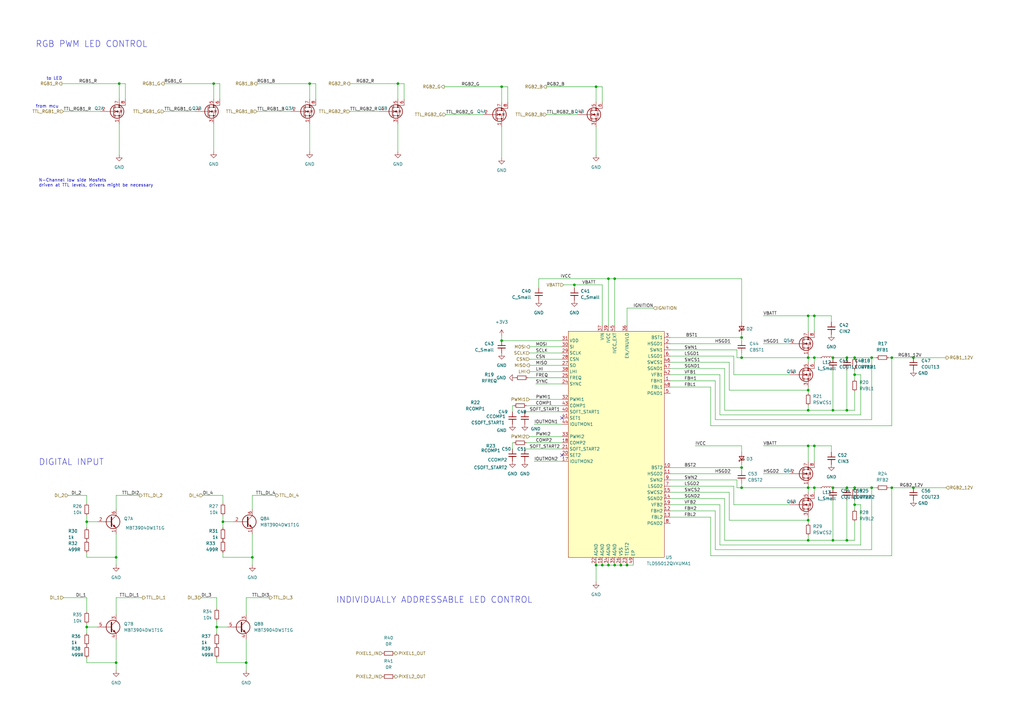
<source format=kicad_sch>
(kicad_sch (version 20211123) (generator eeschema)
  (paper "A3")
  (title_block (title "CAN RGB Controller") (date "2022-05-30") (rev "B") (company "cone.codes") (comment 1 "https://github.com/miata-bot/can-link"))
  (lib_symbols
    (symbol "ConeCodes:TLD55012QVXUMA1"
      (property "Reference" "U" (at 15.24 26.67 0))
      (property "Value" "TLD55012QVXUMA1" (at -22.86 26.67 0))
      (symbol "TLD55012QVXUMA1_0_0"
        (pin input line (at 19.05 3.81 180) (length 2.54) (name "FBH1") (number "1"))
        (pin input line (at 19.05 -31.75 180) (length 2.54) (name "BST2") (number "10"))
        (pin power_out line (at 19.05 -34.29 180) (length 2.54) (name "HSGD2") (number "11"))
        (pin input line (at 19.05 -49.53 180) (length 2.54) (name "FBH2") (number "12"))
        (pin input line (at 19.05 -52.07 180) (length 2.54) (name "FBL2") (number "13"))
        (pin input line (at 19.05 -44.45 180) (length 2.54) (name "SGND2") (number "14"))
        (pin input line (at 19.05 -41.91 180) (length 2.54) (name "SWCS2") (number "15"))
        (pin power_in line (at -8.89 -71.12 90) (length 2.54) (name "AGND") (number "16"))
        (pin input line (at -25.4 -29.21 0) (length 2.54) (name "IOUTMON2") (number "17"))
        (pin output line (at -25.4 -21.59 0) (length 2.54) (name "COMP2") (number "18"))
        (pin input line (at 19.05 -46.99 180) (length 2.54) (name "VFB2") (number "19"))
        (pin power_out line (at 19.05 19.05 180) (length 2.54) (name "HSGD1") (number "2"))
        (pin input line (at -25.4 -26.67 0) (length 2.54) (name "SET2") (number "20"))
        (pin output line (at -25.4 -24.13 0) (length 2.54) (name "SOFT_START2") (number "21"))
        (pin power_in line (at -11.43 -71.12 90) (length 2.54) (name "AGND") (number "22"))
        (pin unspecified line (at 1.27 -71.12 90) (length 2.54) (name "TEST2") (number "23"))
        (pin input line (at -25.4 2.54 0) (length 2.54) (name "SYNC") (number "24"))
        (pin input line (at -25.4 5.08 0) (length 2.54) (name "FREQ") (number "25"))
        (pin power_in line (at -1.27 -71.12 90) (length 2.54) (name "VSS") (number "26"))
        (pin output line (at -25.4 10.16 0) (length 2.54) (name "SO") (number "27"))
        (pin input line (at -25.4 12.7 0) (length 2.54) (name "CSN") (number "28"))
        (pin input line (at -25.4 15.24 0) (length 2.54) (name "SCLK") (number "29"))
        (pin input line (at 19.05 21.59 180) (length 2.54) (name "BST1") (number "3"))
        (pin input line (at -25.4 17.78 0) (length 2.54) (name "SI") (number "30"))
        (pin power_in line (at -25.4 20.32 0) (length 2.54) (name "VDD") (number "31"))
        (pin input line (at -25.4 -3.81 0) (length 2.54) (name "PWMI1") (number "32"))
        (pin input line (at -25.4 -19.05 0) (length 2.54) (name "PWMI2") (number "33"))
        (pin power_in line (at -6.35 -71.12 90) (length 2.54) (name "AGND") (number "34"))
        (pin power_in line (at -3.81 -71.12 90) (length 2.54) (name "AGND") (number "35"))
        (pin input line (at 1.27 26.67 270) (length 2.54) (name "EN/INUVLO") (number "36"))
        (pin power_in line (at -8.89 26.67 270) (length 2.54) (name "VIN") (number "37"))
        (pin input line (at -25.4 7.62 0) (length 2.54) (name "LHI") (number "38"))
        (pin power_out line (at -6.35 26.67 270) (length 2.54) (name "IVCC") (number "39"))
        (pin bidirectional line (at 19.05 16.51 180) (length 2.54) (name "SWN1") (number "4"))
        (pin output line (at -25.4 -8.89 0) (length 2.54) (name "SOFT_START1") (number "40"))
        (pin input line (at -25.4 -11.43 0) (length 2.54) (name "SET1") (number "41"))
        (pin input line (at 19.05 6.35 180) (length 2.54) (name "VFB1") (number "42"))
        (pin output line (at -25.4 -6.35 0) (length 2.54) (name "COMP1") (number "43"))
        (pin input line (at -25.4 -13.97 0) (length 2.54) (name "IOUTMON1") (number "44"))
        (pin power_in line (at -3.81 26.67 270) (length 2.54) (name "IVCC_EXT") (number "45"))
        (pin input line (at 19.05 11.43 180) (length 2.54) (name "SWCS1") (number "46"))
        (pin input line (at 19.05 8.89 180) (length 2.54) (name "SGND1") (number "47"))
        (pin input line (at 19.05 1.27 180) (length 2.54) (name "FBL1") (number "48"))
        (pin power_in line (at 3.81 -71.12 90) (length 2.54) (name "EP") (number "49"))
        (pin power_in line (at 19.05 -1.27 180) (length 2.54) (name "PGND1") (number "5"))
        (pin power_out line (at 19.05 13.97 180) (length 2.54) (name "LSGD1") (number "6"))
        (pin power_out line (at 19.05 -39.37 180) (length 2.54) (name "LSGD2") (number "7"))
        (pin power_in line (at 19.05 -54.61 180) (length 2.54) (name "PGND2") (number "8"))
        (pin bidirectional line (at 19.05 -36.83 180) (length 2.54) (name "SWN2") (number "9"))
      )
    )
    (symbol "Device:C_Small" (pin_numbers hide) (pin_names (offset 0.254) hide)
      (property "Reference" "C" (at 0.254 1.778 0))
      (property "Value" "C_Small" (at 0.254 -2.032 0))
      (symbol "C_Small_1_1"
        (pin passive line (at 0 2.54 270) (length 2.032) (name "~") (number "1"))
        (pin passive line (at 0 -2.54 90) (length 2.032) (name "~") (number "2"))
      )
    )
    (symbol "Device:D_Schottky_Small" (pin_numbers hide) (pin_names (offset 0.254) hide)
      (property "Reference" "D" (at -1.27 2.032 0))
      (property "Value" "D_Schottky_Small" (at -7.112 -2.032 0))
      (symbol "D_Schottky_Small_1_1"
        (pin passive line (at -2.54 0 0) (length 1.778) (name "K") (number "1"))
        (pin passive line (at 2.54 0 180) (length 1.778) (name "A") (number "2"))
      )
    )
    (symbol "Device:L_Small" (pin_numbers hide) (pin_names (offset 0.254) hide)
      (property "Reference" "L" (at 0.762 1.016 0))
      (property "Value" "L_Small" (at 0.762 -1.016 0))
      (symbol "L_Small_1_1"
        (pin passive line (at 0 2.54 270) (length 0.508) (name "~") (number "1"))
        (pin passive line (at 0 -2.54 90) (length 0.508) (name "~") (number "2"))
      )
    )
    (symbol "Device:Q_Dual_NMOS_S1G1S2G2D2D2D1D1" (pin_names (offset 0) hide)
      (property "Reference" "Q" (at 5.08 1.27 0))
      (property "Value" "Q_Dual_NMOS_S1G1S2G2D2D2D1D1" (at 5.08 -1.27 0))
      (symbol "Q_Dual_NMOS_S1G1S2G2D2D2D1D1_1_1"
        (pin passive line (at 2.54 -5.08 90) (length 2.54) (name "S") (number "1"))
        (pin input line (at -5.08 0 0) (length 2.54) (name "G") (number "2"))
        (pin passive line (at 2.54 5.08 270) (length 2.54) (name "D") (number "7"))
        (pin passive line (at 5.08 5.08 270) (length 2.54) (name "D") (number "8"))
      )
      (symbol "Q_Dual_NMOS_S1G1S2G2D2D2D1D1_2_1"
        (pin passive line (at 2.54 -5.08 90) (length 2.54) (name "S") (number "3"))
        (pin input line (at -5.08 0 0) (length 2.54) (name "G") (number "4"))
        (pin passive line (at 2.54 5.08 270) (length 2.54) (name "D") (number "5"))
        (pin passive line (at 5.08 5.08 270) (length 2.54) (name "D") (number "6"))
      )
    )
    (symbol "Device:Q_Dual_NPN_NPN_E1B1C2E2B2C1" (pin_names (offset 0) hide)
      (property "Reference" "Q" (at 5.08 1.27 0))
      (property "Value" "Q_Dual_NPN_NPN_E1B1C2E2B2C1" (at 5.08 -1.27 0))
      (symbol "Q_Dual_NPN_NPN_E1B1C2E2B2C1_1_1"
        (pin passive line (at 2.54 -5.08 90) (length 2.54) (name "E1") (number "1"))
        (pin input line (at -5.08 0 0) (length 2.54) (name "B1") (number "2"))
        (pin passive line (at 2.54 5.08 270) (length 2.54) (name "C1") (number "6"))
      )
      (symbol "Q_Dual_NPN_NPN_E1B1C2E2B2C1_2_1"
        (pin passive line (at 2.54 5.08 270) (length 2.54) (name "C2") (number "3"))
        (pin passive line (at 2.54 -5.08 90) (length 2.54) (name "E2") (number "4"))
        (pin input line (at -5.08 0 0) (length 2.54) (name "B2") (number "5"))
      )
    )
    (symbol "Device:R_Small" (pin_numbers hide) (pin_names (offset 0.254) hide)
      (property "Reference" "R" (at 0.762 0.508 0))
      (property "Value" "R_Small" (at 0.762 -1.016 0))
      (symbol "R_Small_1_1"
        (pin passive line (at 0 2.54 270) (length 0.762) (name "~") (number "1"))
        (pin passive line (at 0 -2.54 90) (length 0.762) (name "~") (number "2"))
      )
    )
    (symbol "power:+3V3" (power) (pin_names (offset 0))
      (property "Value" "+3V3" (at 0 3.556 0))
      (symbol "+3V3_1_1"
        (pin power_in line (at 0 0 90) (length 0) hide (name "+3V3") (number "1"))
      )
    )
    (symbol "power:GND" (power) (pin_names (offset 0))
      (property "Value" "GND" (at 0 -3.81 0))
      (symbol "GND_1_1"
        (pin power_in line (at 0 0 270) (length 0) hide (name "GND") (number "1"))
      )
    )
  )
  (junction (at 334.01 146.685))
  (junction (at 334.01 182.88))
  (junction (at 350.52 207.01))
  (junction (at 244.475 35.56))
  (junction (at 205.74 139.7))
  (junction (at 304.165 191.77))
  (junction (at 347.345 200.025))
  (junction (at 48.895 34.29))
  (junction (at 347.345 221.615))
  (junction (at 331.47 200.025))
  (junction (at 205.74 35.56))
  (junction (at 357.505 200.025))
  (junction (at 341.63 146.685))
  (junction (at 331.47 129.54))
  (junction (at 341.63 168.275))
  (junction (at 304.165 200.025))
  (junction (at 365.76 200.025))
  (junction (at 252.095 114.3))
  (junction (at 87.63 34.29))
  (junction (at 254.635 231.775))
  (junction (at 91.44 213.995))
  (junction (at 100.965 271.78))
  (junction (at 103.505 228.6))
  (junction (at 331.47 146.685))
  (junction (at 350.52 200.025))
  (junction (at 331.47 168.275))
  (junction (at 88.9 257.175))
  (junction (at 374.65 200.025))
  (junction (at 347.345 168.275))
  (junction (at 341.63 221.615))
  (junction (at 304.165 146.685))
  (junction (at 249.555 114.3))
  (junction (at 357.505 146.685))
  (junction (at 350.52 153.67))
  (junction (at 257.175 231.775))
  (junction (at 374.65 146.685))
  (junction (at 331.47 213.36))
  (junction (at 127 34.29))
  (junction (at 341.63 200.025))
  (junction (at 304.165 138.43))
  (junction (at 252.095 231.775))
  (junction (at 350.52 146.685))
  (junction (at 235.585 116.84))
  (junction (at 47.625 271.78))
  (junction (at 249.555 231.775))
  (junction (at 163.195 34.29))
  (junction (at 334.01 200.025))
  (junction (at 47.625 228.6))
  (junction (at 35.56 213.995))
  (junction (at 331.47 182.88))
  (junction (at 244.475 231.775))
  (junction (at 331.47 160.02))
  (junction (at 331.47 221.615))
  (junction (at 347.345 146.685))
  (junction (at 247.015 231.775))
  (junction (at 334.01 129.54))
  (junction (at 35.56 257.175))
  (junction (at 365.76 146.685))
  (no_connect (at 230.505 171.45))
  (no_connect (at 230.505 186.69))
  (wire (pts (xy 217.17 147.32) (xy 230.505 147.32)))
  (wire (pts (xy 291.465 158.75) (xy 291.465 174.625)))
  (wire (pts (xy 208.28 35.56) (xy 205.74 35.56)))
  (wire (pts (xy 350.52 200.025) (xy 357.505 200.025)))
  (wire (pts (xy 210.185 166.37) (xy 210.185 168.91)))
  (wire (pts (xy 274.955 191.77) (xy 304.165 191.77)))
  (wire (pts (xy 51.435 34.29) (xy 48.895 34.29)))
  (wire (pts (xy 331.47 214.63) (xy 331.47 213.36)))
  (wire (pts (xy 274.955 151.13) (xy 297.18 151.13)))
  (wire (pts (xy 331.47 160.02) (xy 331.47 158.75)))
  (wire (pts (xy 215.265 168.91) (xy 230.505 168.91)))
  (wire (pts (xy 331.47 221.615) (xy 331.47 219.71)))
  (wire (pts (xy 331.47 146.685) (xy 334.01 146.685)))
  (wire (pts (xy 300.99 207.01) (xy 323.85 207.01)))
  (wire (pts (xy 313.055 182.88) (xy 331.47 182.88)))
  (wire (pts (xy 249.555 231.775) (xy 247.015 231.775)))
  (wire (pts (xy 365.76 200.025) (xy 365.76 227.965)))
  (wire (pts (xy 331.47 200.025) (xy 331.47 201.93)))
  (wire (pts (xy 35.56 226.695) (xy 35.56 228.6)))
  (wire (pts (xy 274.955 158.75) (xy 291.465 158.75)))
  (wire (pts (xy 331.47 129.54) (xy 334.01 129.54)))
  (wire (pts (xy 331.47 189.23) (xy 331.47 182.88)))
  (wire (pts (xy 51.435 40.64) (xy 51.435 34.29)))
  (wire (pts (xy 249.555 231.14) (xy 249.555 231.775)))
  (wire (pts (xy 224.155 46.99) (xy 236.855 46.99)))
  (wire (pts (xy 87.63 50.8) (xy 87.63 62.23)))
  (wire (pts (xy 35.56 245.11) (xy 35.56 250.825)))
  (wire (pts (xy 208.28 41.91) (xy 208.28 35.56)))
  (wire (pts (xy 244.475 35.56) (xy 244.475 41.91)))
  (wire (pts (xy 331.47 146.685) (xy 331.47 146.05)))
  (wire (pts (xy 274.955 196.85) (xy 302.26 196.85)))
  (wire (pts (xy 244.475 35.56) (xy 247.015 35.56)))
  (wire (pts (xy 87.63 34.29) (xy 87.63 40.64)))
  (wire (pts (xy 58.42 245.11) (xy 47.625 245.11)))
  (wire (pts (xy 35.56 213.995) (xy 40.005 213.995)))
  (wire (pts (xy 205.74 139.7) (xy 230.505 139.7)))
  (wire (pts (xy 331.47 182.88) (xy 334.01 182.88)))
  (wire (pts (xy 35.56 213.995) (xy 35.56 216.535)))
  (wire (pts (xy 300.99 153.67) (xy 323.85 153.67)))
  (wire (pts (xy 334.01 146.685) (xy 334.01 148.59)))
  (wire (pts (xy 47.625 219.075) (xy 47.625 228.6)))
  (wire (pts (xy 297.18 168.275) (xy 331.47 168.275)))
  (wire (pts (xy 313.055 129.54) (xy 331.47 129.54)))
  (wire (pts (xy 350.52 153.67) (xy 353.06 153.67)))
  (wire (pts (xy 274.955 201.93) (xy 299.085 201.93)))
  (wire (pts (xy 357.505 146.685) (xy 357.505 172.085)))
  (wire (pts (xy 219.71 157.48) (xy 230.505 157.48)))
  (wire (pts (xy 341.63 221.615) (xy 331.47 221.615)))
  (wire (pts (xy 341.63 200.025) (xy 347.345 200.025)))
  (wire (pts (xy 331.47 200.025) (xy 334.01 200.025)))
  (wire (pts (xy 304.165 137.16) (xy 304.165 138.43)))
  (wire (pts (xy 364.49 146.685) (xy 365.76 146.685)))
  (wire (pts (xy 274.955 148.59) (xy 299.085 148.59)))
  (wire (pts (xy 47.625 203.2) (xy 47.625 208.915)))
  (wire (pts (xy 357.505 225.425) (xy 293.37 225.425)))
  (wire (pts (xy 347.345 151.765) (xy 347.345 168.275)))
  (wire (pts (xy 257.175 231.14) (xy 257.175 231.775)))
  (wire (pts (xy 347.345 200.025) (xy 350.52 200.025)))
  (wire (pts (xy 274.955 138.43) (xy 304.165 138.43)))
  (wire (pts (xy 302.26 146.685) (xy 304.165 146.685)))
  (wire (pts (xy 350.52 207.01) (xy 353.06 207.01)))
  (wire (pts (xy 26.035 45.72) (xy 41.275 45.72)))
  (wire (pts (xy 304.165 146.685) (xy 331.47 146.685)))
  (wire (pts (xy 113.03 203.2) (xy 103.505 203.2)))
  (wire (pts (xy 304.165 182.88) (xy 304.165 185.42)))
  (wire (pts (xy 103.505 219.075) (xy 103.505 228.6)))
  (wire (pts (xy 216.535 154.94) (xy 230.505 154.94)))
  (wire (pts (xy 35.56 228.6) (xy 47.625 228.6)))
  (wire (pts (xy 274.955 194.31) (xy 299.72 194.31)))
  (wire (pts (xy 295.275 170.18) (xy 295.275 153.67)))
  (wire (pts (xy 357.505 200.025) (xy 357.505 225.425)))
  (wire (pts (xy 217.17 149.86) (xy 230.505 149.86)))
  (wire (pts (xy 127 34.29) (xy 129.54 34.29)))
  (wire (pts (xy 304.165 198.12) (xy 304.165 200.025)))
  (wire (pts (xy 340.995 129.54) (xy 334.01 129.54)))
  (wire (pts (xy 88.9 245.11) (xy 88.9 249.555)))
  (wire (pts (xy 347.345 168.275) (xy 341.63 168.275)))
  (wire (pts (xy 340.995 182.88) (xy 334.01 182.88)))
  (wire (pts (xy 100.965 271.78) (xy 100.965 274.955)))
  (wire (pts (xy 163.195 34.29) (xy 165.735 34.29)))
  (wire (pts (xy 341.63 151.765) (xy 341.63 168.275)))
  (wire (pts (xy 300.99 199.39) (xy 300.99 207.01)))
  (wire (pts (xy 26.035 245.11) (xy 35.56 245.11)))
  (wire (pts (xy 331.47 168.275) (xy 331.47 166.37)))
  (wire (pts (xy 274.955 204.47) (xy 297.18 204.47)))
  (wire (pts (xy 247.015 231.775) (xy 244.475 231.775)))
  (wire (pts (xy 110.49 245.11) (xy 100.965 245.11)))
  (wire (pts (xy 215.9 181.61) (xy 230.505 181.61)))
  (wire (pts (xy 252.095 114.3) (xy 249.555 114.3)))
  (wire (pts (xy 88.9 254.635) (xy 88.9 257.175)))
  (wire (pts (xy 297.18 204.47) (xy 297.18 221.615)))
  (wire (pts (xy 47.625 262.255) (xy 47.625 271.78)))
  (wire (pts (xy 365.76 200.025) (xy 374.65 200.025)))
  (wire (pts (xy 350.52 151.765) (xy 350.52 153.67)))
  (wire (pts (xy 82.55 245.11) (xy 88.9 245.11)))
  (wire (pts (xy 244.475 231.775) (xy 244.475 238.76)))
  (wire (pts (xy 210.82 181.61) (xy 210.185 181.61)))
  (wire (pts (xy 165.735 34.29) (xy 165.735 40.64)))
  (wire (pts (xy 205.74 35.56) (xy 205.74 41.91)))
  (wire (pts (xy 100.965 245.11) (xy 100.965 252.095)))
  (wire (pts (xy 350.52 213.995) (xy 350.52 221.615)))
  (wire (pts (xy 105.41 34.29) (xy 127 34.29)))
  (wire (pts (xy 217.17 144.78) (xy 230.505 144.78)))
  (wire (pts (xy 353.06 153.67) (xy 353.06 170.18)))
  (wire (pts (xy 35.56 257.175) (xy 40.005 257.175)))
  (wire (pts (xy 27.94 203.2) (xy 35.56 203.2)))
  (wire (pts (xy 295.275 153.67) (xy 274.955 153.67)))
  (wire (pts (xy 347.345 221.615) (xy 341.63 221.615)))
  (wire (pts (xy 47.625 271.78) (xy 47.625 274.955)))
  (wire (pts (xy 231.14 116.84) (xy 235.585 116.84)))
  (wire (pts (xy 350.52 146.685) (xy 357.505 146.685)))
  (wire (pts (xy 247.015 35.56) (xy 247.015 41.91)))
  (wire (pts (xy 247.015 133.35) (xy 247.015 116.84)))
  (wire (pts (xy 350.52 205.105) (xy 350.52 207.01)))
  (wire (pts (xy 347.345 146.685) (xy 350.52 146.685)))
  (wire (pts (xy 88.9 257.175) (xy 88.9 259.715)))
  (wire (pts (xy 304.165 144.78) (xy 304.165 146.685)))
  (wire (pts (xy 143.51 34.29) (xy 163.195 34.29)))
  (wire (pts (xy 163.195 50.8) (xy 163.195 62.23)))
  (wire (pts (xy 163.195 34.29) (xy 163.195 40.64)))
  (wire (pts (xy 257.175 126.365) (xy 257.175 133.35)))
  (wire (pts (xy 91.44 213.995) (xy 95.885 213.995)))
  (wire (pts (xy 302.26 143.51) (xy 302.26 146.685)))
  (wire (pts (xy 259.715 231.775) (xy 257.175 231.775)))
  (wire (pts (xy 293.37 156.21) (xy 274.955 156.21)))
  (wire (pts (xy 220.98 114.3) (xy 249.555 114.3)))
  (wire (pts (xy 215.9 166.37) (xy 230.505 166.37)))
  (wire (pts (xy 347.345 205.105) (xy 347.345 221.615)))
  (wire (pts (xy 47.625 228.6) (xy 47.625 231.775)))
  (wire (pts (xy 353.06 170.18) (xy 295.275 170.18)))
  (wire (pts (xy 374.65 146.685) (xy 387.985 146.685)))
  (wire (pts (xy 103.505 203.2) (xy 103.505 208.915)))
  (wire (pts (xy 247.015 231.14) (xy 247.015 231.775)))
  (wire (pts (xy 357.505 172.085) (xy 293.37 172.085)))
  (wire (pts (xy 299.085 201.93) (xy 299.085 213.36)))
  (wire (pts (xy 48.895 34.29) (xy 25.4 34.29)))
  (wire (pts (xy 357.505 146.685) (xy 359.41 146.685)))
  (wire (pts (xy 304.165 132.08) (xy 304.165 114.3)))
  (wire (pts (xy 364.49 200.025) (xy 365.76 200.025)))
  (wire (pts (xy 300.99 146.05) (xy 300.99 153.67)))
  (wire (pts (xy 35.56 269.875) (xy 35.56 271.78)))
  (wire (pts (xy 365.76 146.685) (xy 365.76 174.625)))
  (wire (pts (xy 365.76 146.685) (xy 374.65 146.685)))
  (wire (pts (xy 90.17 34.29) (xy 90.17 40.64)))
  (wire (pts (xy 313.055 140.97) (xy 323.85 140.97)))
  (wire (pts (xy 353.06 207.01) (xy 353.06 223.52)))
  (wire (pts (xy 350.52 153.67) (xy 350.52 155.575)))
  (wire (pts (xy 304.165 191.77) (xy 304.165 193.04)))
  (wire (pts (xy 259.715 231.14) (xy 259.715 231.775)))
  (wire (pts (xy 297.18 221.615) (xy 331.47 221.615)))
  (wire (pts (xy 334.01 200.025) (xy 336.55 200.025)))
  (wire (pts (xy 331.47 200.025) (xy 331.47 199.39)))
  (wire (pts (xy 87.63 34.29) (xy 90.17 34.29)))
  (wire (pts (xy 299.085 160.02) (xy 331.47 160.02)))
  (wire (pts (xy 302.26 196.85) (xy 302.26 200.025)))
  (wire (pts (xy 274.955 199.39) (xy 300.99 199.39)))
  (wire (pts (xy 205.74 35.56) (xy 182.245 35.56)))
  (wire (pts (xy 357.505 200.025) (xy 359.41 200.025)))
  (wire (pts (xy 304.165 190.5) (xy 304.165 191.77)))
  (wire (pts (xy 88.9 271.78) (xy 100.965 271.78)))
  (wire (pts (xy 302.26 200.025) (xy 304.165 200.025)))
  (wire (pts (xy 217.17 142.24) (xy 230.505 142.24)))
  (wire (pts (xy 340.995 132.08) (xy 340.995 129.54)))
  (wire (pts (xy 331.47 161.29) (xy 331.47 160.02)))
  (wire (pts (xy 350.52 221.615) (xy 347.345 221.615)))
  (wire (pts (xy 274.955 140.97) (xy 299.72 140.97)))
  (wire (pts (xy 291.465 227.965) (xy 365.76 227.965)))
  (wire (pts (xy 87.63 34.29) (xy 67.31 34.29)))
  (wire (pts (xy 334.01 146.685) (xy 336.55 146.685)))
  (wire (pts (xy 267.97 126.365) (xy 257.175 126.365)))
  (wire (pts (xy 235.585 116.84) (xy 247.015 116.84)))
  (wire (pts (xy 244.475 52.07) (xy 244.475 63.5)))
  (wire (pts (xy 217.17 179.07) (xy 230.505 179.07)))
  (wire (pts (xy 205.74 137.795) (xy 205.74 139.7)))
  (wire (pts (xy 313.055 194.31) (xy 323.85 194.31)))
  (wire (pts (xy 334.01 200.025) (xy 334.01 201.93)))
  (wire (pts (xy 341.63 168.275) (xy 331.47 168.275)))
  (wire (pts (xy 340.995 185.42) (xy 340.995 182.88)))
  (wire (pts (xy 293.37 225.425) (xy 293.37 209.55)))
  (wire (pts (xy 100.965 262.255) (xy 100.965 271.78)))
  (wire (pts (xy 295.275 223.52) (xy 295.275 207.01)))
  (wire (pts (xy 210.185 181.61) (xy 210.185 184.15)))
  (wire (pts (xy 91.44 228.6) (xy 103.505 228.6)))
  (wire (pts (xy 331.47 135.89) (xy 331.47 129.54)))
  (wire (pts (xy 88.9 269.875) (xy 88.9 271.78)))
  (wire (pts (xy 291.465 212.09) (xy 291.465 227.965)))
  (wire (pts (xy 182.88 46.99) (xy 198.12 46.99)))
  (wire (pts (xy 350.52 207.01) (xy 350.52 208.915)))
  (wire (pts (xy 274.955 146.05) (xy 300.99 146.05)))
  (wire (pts (xy 295.275 207.01) (xy 274.955 207.01)))
  (wire (pts (xy 103.505 228.6) (xy 103.505 231.775)))
  (wire (pts (xy 293.37 172.085) (xy 293.37 156.21)))
  (wire (pts (xy 297.18 151.13) (xy 297.18 168.275)))
  (wire (pts (xy 127 34.29) (xy 127 40.64)))
  (wire (pts (xy 304.165 200.025) (xy 331.47 200.025)))
  (wire (pts (xy 217.17 163.83) (xy 230.505 163.83)))
  (wire (pts (xy 35.56 211.455) (xy 35.56 213.995)))
  (wire (pts (xy 91.44 203.2) (xy 91.44 206.375)))
  (wire (pts (xy 35.56 203.2) (xy 35.56 206.375)))
  (wire (pts (xy 57.15 203.2) (xy 47.625 203.2)))
  (wire (pts (xy 210.82 166.37) (xy 210.185 166.37)))
  (wire (pts (xy 35.56 255.905) (xy 35.56 257.175)))
  (wire (pts (xy 91.44 226.695) (xy 91.44 228.6)))
  (wire (pts (xy 341.63 205.105) (xy 341.63 221.615)))
  (wire (pts (xy 244.475 35.56) (xy 224.155 35.56)))
  (wire (pts (xy 47.625 245.11) (xy 47.625 252.095)))
  (wire (pts (xy 374.65 200.025) (xy 387.985 200.025)))
  (wire (pts (xy 35.56 271.78) (xy 47.625 271.78)))
  (wire (pts (xy 48.895 34.29) (xy 48.895 40.64)))
  (wire (pts (xy 217.17 152.4) (xy 230.505 152.4)))
  (wire (pts (xy 220.98 114.3) (xy 220.98 118.11)))
  (wire (pts (xy 219.075 173.99) (xy 230.505 173.99)))
  (wire (pts (xy 274.955 143.51) (xy 302.26 143.51)))
  (wire (pts (xy 143.51 45.72) (xy 155.575 45.72)))
  (wire (pts (xy 285.115 182.88) (xy 304.165 182.88)))
  (wire (pts (xy 331.47 213.36) (xy 331.47 212.09)))
  (wire (pts (xy 350.52 168.275) (xy 347.345 168.275)))
  (wire (pts (xy 91.44 213.995) (xy 91.44 216.535)))
  (wire (pts (xy 334.01 182.88) (xy 334.01 189.23)))
  (wire (pts (xy 129.54 34.29) (xy 129.54 40.64)))
  (wire (pts (xy 257.175 231.775) (xy 254.635 231.775)))
  (wire (pts (xy 88.9 257.175) (xy 93.345 257.175)))
  (wire (pts (xy 252.095 231.775) (xy 249.555 231.775)))
  (wire (pts (xy 35.56 257.175) (xy 35.56 259.715)))
  (wire (pts (xy 252.095 133.35) (xy 252.095 114.3)))
  (wire (pts (xy 299.085 213.36) (xy 331.47 213.36)))
  (wire (pts (xy 350.52 160.655) (xy 350.52 168.275)))
  (wire (pts (xy 215.265 184.15) (xy 230.505 184.15)))
  (wire (pts (xy 48.895 50.8) (xy 48.895 63.5)))
  (wire (pts (xy 205.74 52.07) (xy 205.74 64.77)))
  (wire (pts (xy 334.01 129.54) (xy 334.01 135.89)))
  (wire (pts (xy 91.44 211.455) (xy 91.44 213.995)))
  (wire (pts (xy 67.31 45.72) (xy 80.01 45.72)))
  (wire (pts (xy 105.41 45.72) (xy 119.38 45.72)))
  (wire (pts (xy 304.165 138.43) (xy 304.165 139.7)))
  (wire (pts (xy 331.47 146.685) (xy 331.47 148.59)))
  (wire (pts (xy 252.095 231.14) (xy 252.095 231.775)))
  (wire (pts (xy 235.585 116.84) (xy 235.585 118.11)))
  (wire (pts (xy 254.635 231.14) (xy 254.635 231.775)))
  (wire (pts (xy 252.095 114.3) (xy 304.165 114.3)))
  (wire (pts (xy 83.185 203.2) (xy 91.44 203.2)))
  (wire (pts (xy 244.475 231.14) (xy 244.475 231.775)))
  (wire (pts (xy 127 50.8) (xy 127 62.23)))
  (wire (pts (xy 299.085 148.59) (xy 299.085 160.02)))
  (wire (pts (xy 293.37 209.55) (xy 274.955 209.55)))
  (wire (pts (xy 353.06 223.52) (xy 295.275 223.52)))
  (wire (pts (xy 341.63 146.685) (xy 347.345 146.685)))
  (wire (pts (xy 249.555 133.35) (xy 249.555 114.3)))
  (wire (pts (xy 274.955 212.09) (xy 291.465 212.09)))
  (wire (pts (xy 219.075 189.23) (xy 230.505 189.23)))
  (wire (pts (xy 291.465 174.625) (xy 365.76 174.625)))
  (wire (pts (xy 254.635 231.775) (xy 252.095 231.775)))
  (text "DIGITAL INPUT" (at 15.875 191.135 0) (effects (font (size 2.54 2.54)) (justify left bottom)))
  (text "from mcu" (at 14.605 44.45 0) (effects (font (size 1.27 1.27)) (justify left bottom)))
  (text "RGB PWM LED CONTROL" (at 14.605 19.685 0) (effects (font (size 2.54 2.54)) (justify left bottom)))
  (text "to LED" (at 19.05 33.02 0) (effects (font (size 1.27 1.27)) (justify left bottom)))
  (text "N-Channel low side Mosfets\ndriven at TTL levels, drivers might be necessary" (at 15.875 76.835 0) (effects (font (size 1.27 1.27)) (justify left bottom)))
  (text "INDIVIDUALLY ADDRESSABLE LED CONTROL" (at 137.795 247.65 0) (effects (font (size 2.54 2.54)) (justify left bottom)))
  (label "TTL_DI2" (at 57.15 203.2 180))
  (label "TTL_DI_4" (at 113.03 203.2 180))
  (label "BST2" (at 280.67 191.77 0))
  (label "DI_2" (at 29.21 203.2 0))
  (label "TTL_RGB1_R" (at 26.035 45.72 0))
  (label "HSGD2" (at 313.055 194.31 0))
  (label "TTL_RGB2_G" (at 182.88 46.99 0))
  (label "VBATT" (at 313.055 182.88 0))
  (label "SGND2" (at 280.67 204.47 0))
  (label "RGB1_G" (at 67.31 34.29 0))
  (label "VBATT" (at 313.055 129.54 0))
  (label "IOUTMON1" (at 219.075 173.99 0))
  (label "DI_4" (at 83.185 203.2 0))
  (label "FBH2" (at 280.67 209.55 0))
  (label "SYNC" (at 219.71 157.48 0))
  (label "RGB1_12V" (at 368.3 146.685 0))
  (label "IVCC" (at 285.115 182.88 0))
  (label "COMP2" (at 219.71 181.61 0))
  (label "FBL2" (at 280.67 212.09 0))
  (label "VBATT" (at 238.76 116.84 0))
  (label "TTL_RGB2_R" (at 143.51 45.72 0))
  (label "FBH1" (at 280.67 156.21 0))
  (label "TTL_DI3" (at 110.49 245.11 180))
  (label "PWMI2" (at 219.71 179.07 0))
  (label "SGND1" (at 280.67 151.13 0))
  (label "IGNITION" (at 267.97 126.365 180))
  (label "LSGD1" (at 280.67 146.05 0))
  (label "RGB2_B" (at 224.155 35.56 0))
  (label "FREQ" (at 219.71 154.94 0))
  (label "SWCS1" (at 280.67 148.59 0))
  (label "TTL_RGB1_G" (at 67.31 45.72 0))
  (label "TTL_DI_1" (at 57.15 245.11 180))
  (label "IOUTMON2" (at 219.075 189.23 0))
  (label "RGB1_B" (at 105.41 34.29 0))
  (label "DI_1" (at 31.115 245.11 0))
  (label "RGB2_R" (at 146.05 34.29 0))
  (label "SWN1" (at 280.67 143.51 0))
  (label "SOFT_START1" (at 217.17 168.91 0))
  (label "LSGD2" (at 280.67 199.39 0))
  (label "HSGD1" (at 299.72 140.97 180))
  (label "IVCC" (at 229.87 114.3 0))
  (label "HSGD2" (at 299.72 194.31 180))
  (label "FBL1" (at 280.67 158.75 0))
  (label "SWCS2" (at 280.67 201.93 0))
  (label "SCLK" (at 219.71 144.78 0))
  (label "TTL_RGB2_B" (at 224.155 46.99 0))
  (label "COMP1" (at 219.71 166.37 0))
  (label "HSGD1" (at 313.055 140.97 0))
  (label "DI_3" (at 82.55 245.11 0))
  (label "SOFT_START2" (at 217.17 184.15 0))
  (label "SWN2" (at 280.67 196.85 0))
  (label "RGB2_G" (at 189.23 35.56 0))
  (label "CSN" (at 219.71 147.32 0))
  (label "TTL_RGB1_B" (at 105.41 45.72 0))
  (label "MOSI" (at 219.71 142.24 0))
  (label "RGB2_12V" (at 368.935 200.025 0))
  (label "VFB2" (at 280.67 207.01 0))
  (label "MISO" (at 219.71 149.86 0))
  (label "BST1" (at 281.305 138.43 0))
  (label "LHI" (at 219.71 152.4 0))
  (label "VFB1" (at 280.67 153.67 0))
  (label "RGB1_R" (at 32.385 34.29 0))
  (label "PWMI1" (at 219.71 163.83 0))
  (hierarchical_label "PWMI2" (shape input) (at 217.17 179.07 180))
  (hierarchical_label "PIXEL2_OUT" (shape output) (at 161.925 277.495 0))
  (hierarchical_label "PWMI1" (shape input) (at 217.17 163.83 180))
  (hierarchical_label "VBATT" (shape input) (at 231.14 116.84 180))
  (hierarchical_label "RGB1_R" (shape output) (at 25.4 34.29 180))
  (hierarchical_label "TTL_RGB1_G" (shape input) (at 67.31 45.72 180))
  (hierarchical_label "TTL_RGB1_R" (shape input) (at 26.035 45.72 180))
  (hierarchical_label "TTL_DI_3" (shape output) (at 110.49 245.11 0))
  (hierarchical_label "SCLK" (shape input) (at 217.17 144.78 180))
  (hierarchical_label "RGB2_12V" (shape input) (at 387.985 200.025 0))
  (hierarchical_label "DI_3" (shape input) (at 82.55 245.11 180))
  (hierarchical_label "PIXEL2_IN" (shape input) (at 156.845 277.495 180))
  (hierarchical_label "TTL_RGB2_B" (shape input) (at 224.155 46.99 180))
  (hierarchical_label "PIXEL1_IN" (shape input) (at 156.845 267.97 180))
  (hierarchical_label "RGB1_12V" (shape output) (at 387.985 146.685 0))
  (hierarchical_label "TTL_DI_2" (shape output) (at 57.15 203.2 0))
  (hierarchical_label "TTL_DI_1" (shape output) (at 58.42 245.11 0))
  (hierarchical_label "DI_2" (shape input) (at 27.94 203.2 180))
  (hierarchical_label "DI_4" (shape input) (at 83.185 203.2 180))
  (hierarchical_label "IGNITION" (shape input) (at 267.97 126.365 0))
  (hierarchical_label "RGB1_B" (shape output) (at 105.41 34.29 180))
  (hierarchical_label "RGB1_G" (shape output) (at 67.31 34.29 180))
  (hierarchical_label "TTL_RGB1_B" (shape input) (at 105.41 45.72 180))
  (hierarchical_label "DI_1" (shape input) (at 26.035 245.11 180))
  (hierarchical_label "LHI" (shape output) (at 217.17 152.4 180))
  (hierarchical_label "TTL_DI_4" (shape output) (at 113.03 203.2 0))
  (hierarchical_label "TTL_RGB2_R" (shape input) (at 143.51 45.72 180))
  (hierarchical_label "MISO" (shape output) (at 217.17 149.86 180))
  (hierarchical_label "PIXEL1_OUT" (shape output) (at 161.925 267.97 0))
  (hierarchical_label "TTL_RGB2_G" (shape input) (at 182.88 46.99 180))
  (hierarchical_label "MOSI" (shape output) (at 217.17 142.24 180))
  (hierarchical_label "RGB2_G" (shape output) (at 182.245 35.56 180))
  (hierarchical_label "RGB2_B" (shape output) (at 224.155 35.56 180))
  (hierarchical_label "RGB2_R" (shape output) (at 143.51 34.29 180))
  (hierarchical_label "CSN" (shape input) (at 217.17 147.32 180))
  (symbol (lib_id "Device:R_Small") (at 361.95 200.025 90) (unit 1)
    (property "Reference" "R24" (at 361.95 194.31 90))
    (property "Value" "RFB2" (at 361.95 196.85 90))
    (property "Footprint" "Resistor_SMD:R_0805_2012Metric" (effects hide))
  )
  (symbol (lib_id "Device:R_Small") (at 159.385 267.97 90) (unit 1)
    (property "Reference" "R40" (at 159.385 261.62 90))
    (property "Value" "0R" (at 159.385 264.16 90))
    (property "Footprint" "Resistor_SMD:R_2512_6332Metric" (effects hide))
    (property "MPN" "RMCF2512ZT0R00" (effects hide))
    (property "Description" "RMCF2512ZT0R00" (effects hide))
  )
  (symbol (lib_id "power:GND") (at 47.625 231.775 0) (unit 1)
    (property "Reference" "#PWR067" (effects hide))
    (property "Value" "GND" (at 47.625 236.855 0))
  )
  (symbol (lib_id "power:GND") (at 244.475 63.5 0) (unit 1)
    (property "Reference" "#PWR052" (effects hide))
    (property "Value" "GND" (at 244.475 68.58 0))
  )
  (symbol (lib_id "power:GND") (at 48.895 63.5 0) (unit 1)
    (property "Reference" "#PWR051" (effects hide))
    (property "Value" "GND" (at 48.895 68.58 0))
  )
  (symbol (lib_id "Device:C_Small") (at 374.65 202.565 0) (unit 1)
    (property "Reference" "C56" (at 377.825 201.3012 0) (effects (justify left)))
    (property "Value" "COUT23" (at 377.825 203.8412 0) (effects (justify left)))
    (property "Footprint" "Capacitor_SMD:C_1206_3216Metric" (effects hide))
  )
  (symbol (lib_id "Device:C_Small") (at 210.185 186.69 0) (unit 1)
    (property "Reference" "C50" (at 205.74 184.15 0) (effects (justify left)))
    (property "Value" "CCOMP2" (at 200.025 188.595 0) (effects (justify left)))
    (property "Footprint" "Capacitor_SMD:C_0805_2012Metric" (effects hide))
  )
  (symbol (lib_id "power:GND") (at 220.98 123.19 0) (unit 1)
    (property "Reference" "#PWR054" (effects hide))
    (property "Value" "GND" (at 220.98 128.27 0))
  )
  (symbol (lib_id "power:GND") (at 211.455 154.94 270) (unit 1)
    (property "Reference" "#PWR060" (effects hide))
    (property "Value" "GND" (at 207.645 154.9399 90) (effects (justify right)))
  )
  (symbol (lib_id "Device:C_Small") (at 205.74 142.24 0) (unit 1)
    (property "Reference" "C43" (at 202.565 140.9762 0) (effects (justify right)))
    (property "Value" "C_Small" (at 202.565 143.5162 0) (effects (justify right)))
    (property "Footprint" "Capacitor_SMD:C_0805_2012Metric" (effects hide))
  )
  (symbol (lib_id "Device:C_Small") (at 210.185 171.45 0) (unit 1)
    (property "Reference" "C48" (at 212.09 168.91 0) (effects (justify left)))
    (property "Value" "CCOMP1" (at 199.39 170.815 0) (effects (justify left)))
    (property "Footprint" "Capacitor_SMD:C_0805_2012Metric" (effects hide))
  )
  (symbol (lib_id "Device:R_Small") (at 213.36 166.37 90) (unit 1)
    (property "Reference" "R22" (at 194.945 165.1 90))
    (property "Value" "RCOMP1" (at 194.945 167.64 90))
    (property "Footprint" "Resistor_SMD:R_0402_1005Metric" (effects hide))
  )
  (symbol (lib_id "Device:Q_Dual_NPN_NPN_E1B1C2E2B2C1") (at 45.085 257.175 0) (unit 2)
    (property "Reference" "Q7" (at 50.8 255.9049 0) (effects (justify left)))
    (property "Value" "MBT3904DW1T1G" (at 50.8 258.4449 0) (effects (justify left)))
    (property "Footprint" "Package_TO_SOT_SMD:SOT-363_SC-70-6" (effects hide))
    (property "MPN" "MBT3904DW1T1G" (effects hide))
    (property "Description" "TRANS 2NPN 40V 0.2A SC88/SC70-6" (effects hide))
  )
  (symbol (lib_id "power:GND") (at 244.475 238.76 0) (unit 1)
    (property "Reference" "#PWR069" (effects hide))
    (property "Value" "GND" (at 244.475 243.84 0))
  )
  (symbol (lib_id "Device:Q_Dual_NMOS_S1G1S2G2D2D2D1D1") (at 203.2 46.99 0) (unit 1) (in_bom no)
    (property "Reference" "Q4" (at 195.58 45.72 0) (effects (justify left)))
    (property "Value" "STS8DNF3LL" (effects hide))
    (property "Footprint" "Package_SO:SO-8_3.9x4.9mm_P1.27mm" (effects hide))
    (property "MPN" "STS8DNF3LL" (effects hide))
    (property "Description" "MOSFET N-Ch 30 Volt 8 Amp " (effects hide))
    (property "LCSC" "C2971469" (effects hide))
  )
  (symbol (lib_id "Device:C_Small") (at 374.65 149.225 0) (unit 1)
    (property "Reference" "C47" (at 377.825 147.9612 0) (effects (justify left)))
    (property "Value" "COUT13" (at 377.825 150.5012 0) (effects (justify left)))
    (property "Footprint" "Capacitor_SMD:C_1206_3216Metric" (effects hide))
  )
  (symbol (lib_id "Device:Q_Dual_NPN_NPN_E1B1C2E2B2C1") (at 45.085 213.995 0) (unit 1)
    (property "Reference" "Q7" (at 50.8 212.7249 0) (effects (justify left)))
    (property "Value" "MBT3904DW1T1G" (at 51.435 216.5349 0) (effects (justify left)))
    (property "Footprint" "Package_TO_SOT_SMD:SOT-363_SC-70-6" (effects hide))
    (property "MPN" "MBT3904DW1T1G" (effects hide))
    (property "Description" "TRANS 2NPN 40V 0.2A SC88/SC70-6" (effects hide))
  )
  (symbol (lib_id "Device:C_Small") (at 215.265 186.69 0) (unit 1)
    (property "Reference" "C51" (at 212.09 184.15 0) (effects (justify left)))
    (property "Value" "CSOFT_START2" (at 194.31 191.77 0) (effects (justify left)))
    (property "Footprint" "Capacitor_SMD:C_0805_2012Metric" (effects hide))
  )
  (symbol (lib_id "Device:R_Small") (at 331.47 163.83 0) (unit 1)
    (property "Reference" "R21" (at 333.375 162.5599 0) (effects (justify left)))
    (property "Value" "RSWCS1" (at 333.375 165.0999 0) (effects (justify left)))
    (property "Footprint" "Resistor_SMD:R_0603_1608Metric" (effects hide))
  )
  (symbol (lib_id "Device:R_Small") (at 35.56 219.075 0) (unit 1)
    (property "Reference" "R30" (at 27.94 217.8049 0) (effects (justify left)))
    (property "Value" "1k" (at 27.94 220.3449 0) (effects (justify left)))
    (property "Footprint" "Resistor_SMD:R_0402_1005Metric" (effects hide))
    (property "Description" "RES 1K OHM 1% 1/16W 0402" (effects hide))
    (property "MPN" "RMCF0402FT1K00" (effects hide))
  )
  (symbol (lib_id "Device:R_Small") (at 350.52 149.225 0) (unit 1)
    (property "Reference" "R18" (at 353.06 147.9549 0) (effects (justify left)))
    (property "Value" "RVBH1" (at 353.06 150.4949 0) (effects (justify left)))
    (property "Footprint" "Resistor_SMD:R_0603_1608Metric" (effects hide))
  )
  (symbol (lib_id "Device:C_Small") (at 340.995 187.96 0) (unit 1)
    (property "Reference" "C52" (at 343.535 186.6962 0) (effects (justify left)))
    (property "Value" "CIN3" (at 343.535 189.2362 0) (effects (justify left)))
    (property "Footprint" "Capacitor_SMD:C_0805_2012Metric" (effects hide))
  )
  (symbol (lib_id "Device:R_Small") (at 91.44 224.155 0) (unit 1)
    (property "Reference" "R33" (at 84.455 222.8849 0) (effects (justify left)))
    (property "Value" "499R" (at 84.455 225.4249 0) (effects (justify left)))
    (property "Footprint" "Resistor_SMD:R_0402_1005Metric" (effects hide))
    (property "Description" "RES 499 OHM 1% 1/16W 0402" (effects hide))
    (property "MPN" "RMCF0402FT499R" (effects hide))
  )
  (symbol (lib_id "Device:R_Small") (at 35.56 224.155 0) (unit 1)
    (property "Reference" "R32" (at 27.94 222.8849 0) (effects (justify left)))
    (property "Value" "499R" (at 27.94 225.4249 0) (effects (justify left)))
    (property "Footprint" "Resistor_SMD:R_0402_1005Metric" (effects hide))
    (property "Description" "RES 499 OHM 1% 1/16W 0402" (effects hide))
    (property "MPN" "RMCF0402FT499R" (effects hide))
  )
  (symbol (lib_id "power:+3V3") (at 205.74 137.795 0) (unit 1)
    (property "Reference" "#PWR057" (effects hide))
    (property "Value" "+3V3" (at 205.74 132.08 0))
  )
  (symbol (lib_id "Device:R_Small") (at 350.52 158.115 0) (unit 1)
    (property "Reference" "R20" (at 352.425 156.8449 0) (effects (justify left)))
    (property "Value" "RVBL1" (at 352.425 159.3849 0) (effects (justify left)))
    (property "Footprint" "Resistor_SMD:R_0603_1608Metric" (effects hide))
  )
  (symbol (lib_id "Device:L_Small") (at 339.09 146.685 90) (unit 1)
    (property "Reference" "L12" (at 339.09 148.59 90))
    (property "Value" "L_Small" (at 339.09 151.13 90))
    (property "Footprint" "ConeCodes:SRP1265A-100M" (effects hide))
  )
  (symbol (lib_id "Device:L_Small") (at 339.09 200.025 90) (unit 1)
    (property "Reference" "L13" (at 339.09 201.93 90))
    (property "Value" "L_Small" (at 339.09 204.47 90))
    (property "Footprint" "ConeCodes:SRP1265A-100M" (effects hide))
  )
  (symbol (lib_id "Device:Q_Dual_NPN_NPN_E1B1C2E2B2C1") (at 98.425 257.175 0) (unit 2)
    (property "Reference" "Q8" (at 104.14 255.9049 0) (effects (justify left)))
    (property "Value" "MBT3904DW1T1G" (at 104.14 258.4449 0) (effects (justify left)))
    (property "Footprint" "Package_TO_SOT_SMD:SOT-363_SC-70-6" (effects hide))
    (property "MPN" "MBT3904DW1T1G" (effects hide))
    (property "Description" "TRANS 2NPN 40V 0.2A SC88/SC70-6" (effects hide))
  )
  (symbol (lib_id "Device:Q_Dual_NMOS_S1G1S2G2D2D2D1D1") (at 241.935 46.99 0) (unit 2) (in_bom no)
    (property "Reference" "Q4" (at 235.585 45.72 0) (effects (justify left)))
    (property "Value" "STS8DNF3LL" (effects hide))
    (property "Footprint" "Package_SO:SO-8_3.9x4.9mm_P1.27mm" (effects hide))
    (property "MPN" "STS8DNF3LL" (effects hide))
    (property "Description" "MOSFET N-Ch 30 Volt 8 Amp " (effects hide))
    (property "LCSC" "C2971469" (effects hide))
  )
  (symbol (lib_id "Device:C_Small") (at 347.345 149.225 0) (unit 1)
    (property "Reference" "C46" (at 350.52 147.9612 0) (effects (justify left)))
    (property "Value" "COUT12" (at 350.52 150.5012 0) (effects (justify left)))
    (property "Footprint" "Capacitor_SMD:C_0805_2012Metric" (effects hide))
  )
  (symbol (lib_id "power:GND") (at 235.585 123.19 0) (unit 1)
    (property "Reference" "#PWR055" (effects hide))
    (property "Value" "GND" (at 235.585 128.27 0))
  )
  (symbol (lib_id "power:GND") (at 103.505 231.775 0) (unit 1)
    (property "Reference" "#PWR068" (effects hide))
    (property "Value" "GND" (at 103.505 236.855 0))
  )
  (symbol (lib_id "Device:R_Small") (at 88.9 252.095 0) (unit 1)
    (property "Reference" "R34" (at 86.995 250.8249 0) (effects (justify right)))
    (property "Value" "10k" (at 86.995 253.3649 0) (effects (justify right)))
    (property "Footprint" "Resistor_SMD:R_0402_1005Metric" (effects hide))
    (property "Description" "RES 10K OHM 5% 1/16W 0402" (effects hide))
    (property "MPN" "RMCF0402JT10K0" (effects hide))
  )
  (symbol (lib_id "Device:C_Small") (at 304.165 195.58 0) (unit 1)
    (property "Reference" "C53" (at 306.705 194.3162 0) (effects (justify left)))
    (property "Value" "CBST2" (at 306.705 196.8562 0) (effects (justify left)))
    (property "Footprint" "Capacitor_SMD:C_0805_2012Metric" (effects hide))
  )
  (symbol (lib_id "Device:Q_Dual_NPN_NPN_E1B1C2E2B2C1") (at 100.965 213.995 0) (unit 1)
    (property "Reference" "Q8" (at 106.68 212.7249 0) (effects (justify left)))
    (property "Value" "MBT3904DW1T1G" (at 106.68 215.2649 0) (effects (justify left)))
    (property "Footprint" "Package_TO_SOT_SMD:SOT-363_SC-70-6" (effects hide))
    (property "MPN" "MBT3904DW1T1G" (effects hide))
    (property "Description" "TRANS 2NPN 40V 0.2A SC88/SC70-6" (effects hide))
  )
  (symbol (lib_id "Device:C_Small") (at 347.345 202.565 0) (unit 1)
    (property "Reference" "C55" (at 349.885 201.3012 0) (effects (justify left)))
    (property "Value" "COUT22" (at 349.885 203.8412 0) (effects (justify left)))
    (property "Footprint" "Capacitor_SMD:C_0805_2012Metric" (effects hide))
  )
  (symbol (lib_id "Device:D_Schottky_Small") (at 304.165 187.96 90) (unit 1)
    (property "Reference" "D3" (at 306.07 188.2139 90) (effects (justify right)))
    (property "Value" "D_Schottky_Small" (effects hide))
    (property "Footprint" "Diode_SMD:D_SOD-523" (effects hide))
    (property "MPN" "RB520S40-AU_R1_000A1" (effects hide))
  )
  (symbol (lib_id "power:GND") (at 100.965 274.955 0) (unit 1)
    (property "Reference" "#PWR071" (effects hide))
    (property "Value" "GND" (at 100.965 280.035 0))
  )
  (symbol (lib_id "Device:Q_Dual_NMOS_S1G1S2G2D2D2D1D1") (at 160.655 45.72 0) (unit 2) (in_bom no)
    (property "Reference" "Q3" (at 154.94 44.45 0) (effects (justify left)))
    (property "Value" "STS8DNF3LL" (effects hide))
    (property "Footprint" "Package_SO:SO-8_3.9x4.9mm_P1.27mm" (effects hide))
    (property "MPN" "STS8DNF3LL" (effects hide))
    (property "Description" "MOSFET N-Ch 30 Volt 8 Amp " (effects hide))
    (property "LCSC" "C2971469" (effects hide))
  )
  (symbol (lib_id "Device:C_Small") (at 340.995 134.62 0) (unit 1)
    (property "Reference" "C42" (at 344.17 133.3562 0) (effects (justify left)))
    (property "Value" "CIN2" (at 344.17 135.8962 0) (effects (justify left)))
    (property "Footprint" "Capacitor_SMD:C_0805_2012Metric" (effects hide))
  )
  (symbol (lib_id "power:GND") (at 374.65 205.105 0) (unit 1)
    (property "Reference" "#PWR066" (effects hide))
    (property "Value" "GND" (at 376.555 206.3749 0) (effects (justify left)))
  )
  (symbol (lib_id "Device:R_Small") (at 331.47 217.17 0) (unit 1)
    (property "Reference" "R29" (at 333.375 215.8999 0) (effects (justify left)))
    (property "Value" "RSWCS2" (at 333.375 218.4399 0) (effects (justify left)))
    (property "Footprint" "Resistor_SMD:R_0603_1608Metric" (effects hide))
  )
  (symbol (lib_id "Device:R_Small") (at 88.9 267.335 0) (unit 1)
    (property "Reference" "R39" (at 82.55 266.0649 0) (effects (justify left)))
    (property "Value" "499R" (at 82.55 268.6049 0) (effects (justify left)))
    (property "Footprint" "Resistor_SMD:R_0402_1005Metric" (effects hide))
    (property "Description" "RES 499 OHM 1% 1/16W 0402" (effects hide))
    (property "MPN" "RMCF0402FT499R" (effects hide))
  )
  (symbol (lib_id "power:GND") (at 340.995 137.16 0) (unit 1)
    (property "Reference" "#PWR056" (effects hide))
    (property "Value" "GND" (at 340.995 142.24 0))
  )
  (symbol (lib_id "Device:R_Small") (at 35.56 267.335 0) (unit 1)
    (property "Reference" "R38" (at 29.21 266.0649 0) (effects (justify left)))
    (property "Value" "499R" (at 29.21 268.6049 0) (effects (justify left)))
    (property "Footprint" "Resistor_SMD:R_0402_1005Metric" (effects hide))
    (property "Description" "RES 499 OHM 1% 1/16W 0402" (effects hide))
    (property "MPN" "RMCF0402FT499R" (effects hide))
  )
  (symbol (lib_id "Device:C_Small") (at 341.63 202.565 0) (unit 1)
    (property "Reference" "C54" (at 344.805 201.3012 0) (effects (justify left)))
    (property "Value" "COUT21" (at 344.805 203.8412 0) (effects (justify left)))
    (property "Footprint" "Capacitor_SMD:C_0805_2012Metric" (effects hide))
  )
  (symbol (lib_id "Device:R_Small") (at 35.56 253.365 0) (unit 1)
    (property "Reference" "R35" (at 33.655 252.0949 0) (effects (justify right)))
    (property "Value" "10k" (at 33.655 254.6349 0) (effects (justify right)))
    (property "Footprint" "Resistor_SMD:R_0402_1005Metric" (effects hide))
    (property "Description" "RES 10K OHM 5% 1/16W 0402" (effects hide))
    (property "MPN" "RMCF0402JT10K0" (effects hide))
  )
  (symbol (lib_id "Device:Q_Dual_NMOS_S1G1S2G2D2D2D1D1") (at 328.93 194.31 0) (unit 1) (in_bom no)
    (property "Reference" "Q6" (at 321.31 193.04 0) (effects (justify left)))
    (property "Value" "STS8DNF3LL" (effects hide))
    (property "Footprint" "Package_SO:SO-8_3.9x4.9mm_P1.27mm" (effects hide))
    (property "MPN" "STS8DNF3LL" (effects hide))
    (property "Description" "MOSFET N-Ch 30 Volt 8 Amp " (effects hide))
    (property "LCSC" "C2971469" (effects hide))
  )
  (symbol (lib_id "power:GND") (at 210.185 173.99 0) (unit 1)
    (property "Reference" "#PWR061" (effects hide))
    (property "Value" "GND" (at 205.74 176.53 0))
  )
  (symbol (lib_id "power:GND") (at 127 62.23 0) (unit 1)
    (property "Reference" "#PWR049" (effects hide))
    (property "Value" "GND" (at 127 67.31 0))
  )
  (symbol (lib_id "Device:R_Small") (at 159.385 277.495 90) (unit 1)
    (property "Reference" "R41" (at 159.385 271.145 90))
    (property "Value" "0R" (at 159.385 273.685 90))
    (property "Footprint" "Resistor_SMD:R_2512_6332Metric" (effects hide))
    (property "MPN" "RMCF2512ZT0R00" (effects hide))
    (property "Description" "RMCF2512ZT0R00" (effects hide))
  )
  (symbol (lib_id "power:GND") (at 205.74 144.78 0) (unit 1)
    (property "Reference" "#PWR058" (effects hide))
    (property "Value" "GND" (at 205.74 149.86 0))
  )
  (symbol (lib_id "power:GND") (at 47.625 274.955 0) (unit 1)
    (property "Reference" "#PWR070" (effects hide))
    (property "Value" "GND" (at 47.625 280.035 0))
  )
  (symbol (lib_id "Device:Q_Dual_NMOS_S1G1S2G2D2D2D1D1") (at 85.09 45.72 0) (unit 2) (in_bom no)
    (property "Reference" "Q2" (at 78.74 44.45 0) (effects (justify left)))
    (property "Value" "STS8DNF3LL" (effects hide))
    (property "Footprint" "Package_SO:SO-8_3.9x4.9mm_P1.27mm" (effects hide))
    (property "MPN" "STS8DNF3LL" (effects hide))
    (property "Description" "MOSFET N-Ch 30 Volt 8 Amp " (effects hide))
    (property "LCSC" "C2971469" (effects hide))
  )
  (symbol (lib_id "Device:C_Small") (at 341.63 149.225 0) (unit 1)
    (property "Reference" "C45" (at 344.17 147.9612 0) (effects (justify left)))
    (property "Value" "COUT11" (at 344.17 150.5012 0) (effects (justify left)))
    (property "Footprint" "Capacitor_SMD:C_0805_2012Metric" (effects hide))
  )
  (symbol (lib_id "Device:C_Small") (at 220.98 120.65 0) (unit 1)
    (property "Reference" "C40" (at 217.805 119.3862 0) (effects (justify right)))
    (property "Value" "C_Small" (at 217.805 121.9262 0) (effects (justify right)))
    (property "Footprint" "Capacitor_SMD:C_0805_2012Metric" (effects hide))
  )
  (symbol (lib_id "Device:D_Schottky_Small") (at 304.165 134.62 90) (unit 1)
    (property "Reference" "D2" (at 306.07 134.8739 90) (effects (justify right)))
    (property "Value" "D_Schottky_Small" (effects hide))
    (property "Footprint" "Diode_SMD:D_SOD-523" (effects hide))
    (property "MPN" "RB520S40-AU_R1_000A1" (effects hide))
  )
  (symbol (lib_id "Device:R_Small") (at 350.52 202.565 0) (unit 1)
    (property "Reference" "R25" (at 352.425 201.2949 0) (effects (justify left)))
    (property "Value" "RVBH2" (at 352.425 203.8349 0) (effects (justify left)))
    (property "Footprint" "Resistor_SMD:R_0603_1608Metric" (effects hide))
  )
  (symbol (lib_id "power:GND") (at 215.265 189.23 0) (unit 1)
    (property "Reference" "#PWR064" (effects hide))
    (property "Value" "GND" (at 215.265 194.31 0))
  )
  (symbol (lib_id "power:GND") (at 374.65 151.765 0) (unit 1)
    (property "Reference" "#PWR059" (effects hide))
    (property "Value" "GND" (at 376.555 153.0349 0) (effects (justify left)))
  )
  (symbol (lib_id "Device:R_Small") (at 213.36 181.61 90) (unit 1)
    (property "Reference" "R23" (at 201.295 182.88 90))
    (property "Value" "RCOMP1" (at 201.295 184.785 90))
    (property "Footprint" "Resistor_SMD:R_0402_1005Metric" (effects hide))
  )
  (symbol (lib_id "Device:C_Small") (at 215.265 171.45 0) (unit 1)
    (property "Reference" "C49" (at 208.28 168.91 0) (effects (justify right)))
    (property "Value" "CSOFT_START1" (at 207.01 173.355 0) (effects (justify right)))
    (property "Footprint" "Capacitor_SMD:C_0805_2012Metric" (effects hide))
  )
  (symbol (lib_id "power:GND") (at 210.185 189.23 0) (unit 1)
    (property "Reference" "#PWR063" (effects hide))
    (property "Value" "GND" (at 210.185 194.31 0))
  )
  (symbol (lib_id "Device:R_Small") (at 35.56 208.915 0) (unit 1)
    (property "Reference" "R26" (at 33.655 207.6449 0) (effects (justify right)))
    (property "Value" "10k" (at 33.655 210.1849 0) (effects (justify right)))
    (property "Footprint" "Resistor_SMD:R_0402_1005Metric" (effects hide))
    (property "Description" "RES 10K OHM 5% 1/16W 0402" (effects hide))
    (property "MPN" "RMCF0402JT10K0" (effects hide))
  )
  (symbol (lib_id "power:GND") (at 215.265 173.99 0) (unit 1)
    (property "Reference" "#PWR062" (effects hide))
    (property "Value" "GND" (at 219.71 175.895 0))
  )
  (symbol (lib_id "Device:Q_Dual_NMOS_S1G1S2G2D2D2D1D1") (at 46.355 45.72 0) (unit 1) (in_bom no)
    (property "Reference" "Q2" (at 38.735 44.45 0) (effects (justify left)))
    (property "Value" "STS8DNF3LL" (effects hide))
    (property "Footprint" "Package_SO:SO-8_3.9x4.9mm_P1.27mm" (effects hide))
    (property "MPN" "STS8DNF3LL" (effects hide))
    (property "Description" "MOSFET N-Ch 30 Volt 8 Amp " (effects hide))
    (property "LCSC" "C2971469" (effects hide))
  )
  (symbol (lib_id "Device:R_Small") (at 91.44 208.915 0) (unit 1)
    (property "Reference" "R27" (at 89.535 207.6449 0) (effects (justify right)))
    (property "Value" "10k" (at 89.535 210.1849 0) (effects (justify right)))
    (property "Footprint" "Resistor_SMD:R_0402_1005Metric" (effects hide))
    (property "Description" "RES 10K OHM 5% 1/16W 0402" (effects hide))
    (property "MPN" "RMCF0402JT10K0" (effects hide))
  )
  (symbol (lib_id "Device:R_Small") (at 88.9 262.255 0) (unit 1)
    (property "Reference" "R37" (at 82.55 260.9849 0) (effects (justify left)))
    (property "Value" "1k" (at 82.55 263.5249 0) (effects (justify left)))
    (property "Footprint" "Resistor_SMD:R_0402_1005Metric" (effects hide))
    (property "Description" "RES 1K OHM 1% 1/16W 0402" (effects hide))
    (property "MPN" "RMCF0402FT1K00" (effects hide))
  )
  (symbol (lib_id "Device:C_Small") (at 304.165 142.24 0) (unit 1)
    (property "Reference" "C44" (at 307.34 140.9762 0) (effects (justify left)))
    (property "Value" "CBST1" (at 307.34 143.5162 0) (effects (justify left)))
    (property "Footprint" "Capacitor_SMD:C_0805_2012Metric" (effects hide))
  )
  (symbol (lib_id "Device:R_Small") (at 361.95 146.685 90) (unit 1)
    (property "Reference" "R17" (at 361.95 140.97 90))
    (property "Value" "RFB1" (at 361.95 143.51 90))
    (property "Footprint" "Resistor_SMD:R_0805_2012Metric" (effects hide))
  )
  (symbol (lib_id "Device:Q_Dual_NMOS_S1G1S2G2D2D2D1D1") (at 328.93 153.67 0) (unit 2) (in_bom no)
    (property "Reference" "Q5" (at 322.58 152.4 0) (effects (justify left)))
    (property "Value" "STS8DNF3LL" (effects hide))
    (property "Footprint" "Package_SO:SO-8_3.9x4.9mm_P1.27mm" (effects hide))
    (property "MPN" "STS8DNF3LL" (effects hide))
    (property "Description" "MOSFET N-Ch 30 Volt 8 Amp " (effects hide))
    (property "LCSC" "C2971469" (effects hide))
  )
  (symbol (lib_id "Device:Q_Dual_NMOS_S1G1S2G2D2D2D1D1") (at 328.93 140.97 0) (unit 1) (in_bom no)
    (property "Reference" "Q5" (at 321.31 139.7 0) (effects (justify left)))
    (property "Value" "STS8DNF3LL" (effects hide))
    (property "Footprint" "Package_SO:SO-8_3.9x4.9mm_P1.27mm" (effects hide))
    (property "MPN" "STS8DNF3LL" (effects hide))
    (property "Description" "MOSFET N-Ch 30 Volt 8 Amp " (effects hide))
    (property "LCSC" "C2971469" (effects hide))
  )
  (symbol (lib_id "power:GND") (at 205.74 64.77 0) (unit 1)
    (property "Reference" "#PWR053" (effects hide))
    (property "Value" "GND" (at 205.74 69.85 0))
  )
  (symbol (lib_id "power:GND") (at 87.63 62.23 0) (unit 1)
    (property "Reference" "#PWR048" (effects hide))
    (property "Value" "GND" (at 87.63 67.31 0))
  )
  (symbol (lib_id "ConeCodes:TLD55012QVXUMA1") (at 255.905 160.02 0) (unit 1)
    (property "Reference" "U5" (at 274.32 228.6 0))
    (property "Value" "TLD55012QVXUMA1" (at 274.32 231.14 0))
    (property "Footprint" "Package_DFN_QFN:VQFN-48-1EP_7x7mm_P0.5mm_EP5.15x5.15mm_ThermalVias" (effects hide))
  )
  (symbol (lib_id "Device:Q_Dual_NMOS_S1G1S2G2D2D2D1D1") (at 328.93 207.01 0) (unit 2) (in_bom no)
    (property "Reference" "Q6" (at 322.58 205.74 0) (effects (justify left)))
    (property "Value" "STS8DNF3LL" (effects hide))
    (property "Footprint" "Package_SO:SO-8_3.9x4.9mm_P1.27mm" (effects hide))
    (property "MPN" "STS8DNF3LL" (effects hide))
    (property "Description" "MOSFET N-Ch 30 Volt 8 Amp " (effects hide))
    (property "LCSC" "C2971469" (effects hide))
  )
  (symbol (lib_id "Device:R_Small") (at 213.995 154.94 90) (unit 1)
    (property "Reference" "R19" (at 200.66 153.67 90))
    (property "Value" "RFREQ" (at 200.66 156.21 90))
    (property "Footprint" "Resistor_SMD:R_0402_1005Metric" (effects hide))
  )
  (symbol (lib_id "Device:C_Small") (at 235.585 120.65 0) (unit 1)
    (property "Reference" "C41" (at 238.125 119.3862 0) (effects (justify left)))
    (property "Value" "C_Small" (at 238.125 121.9262 0) (effects (justify left)))
    (property "Footprint" "Capacitor_SMD:C_0805_2012Metric" (effects hide))
  )
  (symbol (lib_id "Device:R_Small") (at 35.56 262.255 0) (unit 1)
    (property "Reference" "R36" (at 29.21 260.9849 0) (effects (justify left)))
    (property "Value" "1k" (at 29.21 263.5249 0) (effects (justify left)))
    (property "Footprint" "Resistor_SMD:R_0402_1005Metric" (effects hide))
    (property "Description" "RES 1K OHM 1% 1/16W 0402" (effects hide))
    (property "MPN" "RMCF0402FT1K00" (effects hide))
  )
  (symbol (lib_id "Device:Q_Dual_NMOS_S1G1S2G2D2D2D1D1") (at 124.46 45.72 0) (unit 1) (in_bom no)
    (property "Reference" "Q3" (at 116.84 44.45 0) (effects (justify left)))
    (property "Value" "STS8DNF3LL" (effects hide))
    (property "Footprint" "Package_SO:SO-8_3.9x4.9mm_P1.27mm" (effects hide))
    (property "MPN" "STS8DNF3LL" (effects hide))
    (property "Description" "MOSFET N-Ch 30 Volt 8 Amp " (effects hide))
    (property "LCSC" "C2971469" (effects hide))
  )
  (symbol (lib_id "Device:R_Small") (at 350.52 211.455 0) (unit 1)
    (property "Reference" "R28" (at 352.425 210.1849 0) (effects (justify left)))
    (property "Value" "RVBL2" (at 352.425 212.7249 0) (effects (justify left)))
    (property "Footprint" "Resistor_SMD:R_0603_1608Metric" (effects hide))
  )
  (symbol (lib_id "power:GND") (at 340.995 190.5 0) (unit 1)
    (property "Reference" "#PWR065" (effects hide))
    (property "Value" "GND" (at 340.995 195.58 0))
  )
  (symbol (lib_id "Device:R_Small") (at 91.44 219.075 0) (unit 1)
    (property "Reference" "R31" (at 89.535 217.8049 0) (effects (justify right)))
    (property "Value" "1k" (at 89.535 220.3449 0) (effects (justify right)))
    (property "Footprint" "Resistor_SMD:R_0402_1005Metric" (effects hide))
    (property "Description" "RES 1K OHM 1% 1/16W 0402" (effects hide))
    (property "MPN" "RMCF0402FT1K00" (effects hide))
  )
  (symbol (lib_id "power:GND") (at 163.195 62.23 0) (unit 1)
    (property "Reference" "#PWR050" (effects hide))
    (property "Value" "GND" (at 163.195 67.31 0))
  )
)
</source>
